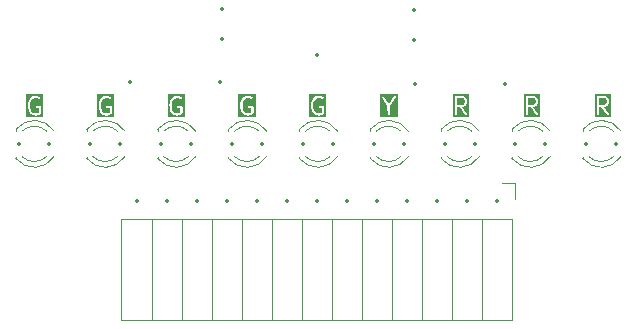
<source format=gbr>
%TF.GenerationSoftware,KiCad,Pcbnew,8.0.1*%
%TF.CreationDate,2024-06-22T15:26:21+02:00*%
%TF.ProjectId,BMW_E30_VFL_SI_Indicator_LED,424d575f-4533-4305-9f56-464c5f53495f,rev?*%
%TF.SameCoordinates,Original*%
%TF.FileFunction,Legend,Top*%
%TF.FilePolarity,Positive*%
%FSLAX46Y46*%
G04 Gerber Fmt 4.6, Leading zero omitted, Abs format (unit mm)*
G04 Created by KiCad (PCBNEW 8.0.1) date 2024-06-22 15:26:21*
%MOMM*%
%LPD*%
G01*
G04 APERTURE LIST*
%ADD10C,0.187500*%
%ADD11C,0.120000*%
%ADD12C,0.350000*%
G04 APERTURE END LIST*
D10*
G36*
X168761542Y-81652209D02*
G01*
X168812665Y-81701811D01*
X168869040Y-81811764D01*
X168870358Y-81982044D01*
X168817107Y-82091296D01*
X168767506Y-82142417D01*
X168657731Y-82198700D01*
X168464165Y-82199291D01*
X168460608Y-82198664D01*
X168457684Y-82199311D01*
X168198290Y-82200103D01*
X168197578Y-81600146D01*
X168651882Y-81598759D01*
X168761542Y-81652209D01*
G37*
G36*
X169223057Y-83267073D02*
G01*
X167845080Y-83267073D01*
X167845080Y-81506678D01*
X168011747Y-81506678D01*
X168013548Y-83024968D01*
X168027547Y-83058763D01*
X168053412Y-83084628D01*
X168087207Y-83098627D01*
X168123787Y-83098627D01*
X168157582Y-83084628D01*
X168183447Y-83058763D01*
X168197446Y-83024968D01*
X168199247Y-83006678D01*
X168198510Y-82385857D01*
X168413288Y-82385202D01*
X168897801Y-83074391D01*
X168928650Y-83094049D01*
X168964672Y-83100406D01*
X169000385Y-83092494D01*
X169030353Y-83071517D01*
X169050011Y-83040668D01*
X169056368Y-83004646D01*
X169048456Y-82968932D01*
X169039443Y-82952916D01*
X168639843Y-82384510D01*
X168662306Y-82384441D01*
X168665200Y-82385406D01*
X168679511Y-82384388D01*
X168695216Y-82384341D01*
X168698328Y-82383051D01*
X168701688Y-82382813D01*
X168718852Y-82376245D01*
X168860469Y-82303635D01*
X168871868Y-82298915D01*
X168875513Y-82295923D01*
X168877263Y-82295026D01*
X168878885Y-82293154D01*
X168886074Y-82287255D01*
X168956785Y-82214376D01*
X168965274Y-82207015D01*
X168967759Y-82203066D01*
X168969163Y-82201620D01*
X168970111Y-82199330D01*
X168975065Y-82191461D01*
X169038937Y-82060415D01*
X169040590Y-82058763D01*
X169045384Y-82047188D01*
X169053061Y-82031439D01*
X169053299Y-82028080D01*
X169054589Y-82024968D01*
X169056390Y-82006678D01*
X169054840Y-81806559D01*
X169055654Y-81804118D01*
X169054719Y-81790970D01*
X169054589Y-81774102D01*
X169053299Y-81770989D01*
X169053061Y-81767631D01*
X169046493Y-81750466D01*
X168973879Y-81608839D01*
X168969162Y-81597450D01*
X168966172Y-81593806D01*
X168965274Y-81592055D01*
X168963402Y-81590432D01*
X168957503Y-81583243D01*
X168884626Y-81512535D01*
X168877263Y-81504045D01*
X168873311Y-81501557D01*
X168871867Y-81500156D01*
X168869580Y-81499208D01*
X168861709Y-81494254D01*
X168730662Y-81430379D01*
X168729011Y-81428728D01*
X168717441Y-81423935D01*
X168701688Y-81416257D01*
X168698328Y-81416018D01*
X168695216Y-81414729D01*
X168676926Y-81412928D01*
X168087207Y-81414729D01*
X168053412Y-81428728D01*
X168027547Y-81454593D01*
X168013548Y-81488388D01*
X168011747Y-81506678D01*
X167845080Y-81506678D01*
X167845080Y-81246261D01*
X169223057Y-81246261D01*
X169223057Y-83267073D01*
G37*
G36*
X133123057Y-83267095D02*
G01*
X131673652Y-83267095D01*
X131673652Y-82149535D01*
X131840319Y-82149535D01*
X131841935Y-82358257D01*
X131840429Y-82368378D01*
X131842101Y-82379684D01*
X131842120Y-82382111D01*
X131842649Y-82383388D01*
X131843118Y-82386559D01*
X131914408Y-82664901D01*
X131915076Y-82674297D01*
X131920332Y-82688033D01*
X131920729Y-82689580D01*
X131921133Y-82690126D01*
X131921645Y-82691462D01*
X131994254Y-82833079D01*
X131998975Y-82844477D01*
X132001966Y-82848122D01*
X132002864Y-82849872D01*
X132004734Y-82851494D01*
X132010635Y-82858683D01*
X132144590Y-82990467D01*
X132145721Y-82992729D01*
X132155586Y-83001285D01*
X132167698Y-83013201D01*
X132170810Y-83014490D01*
X132173355Y-83016697D01*
X132190137Y-83024189D01*
X132403771Y-83093653D01*
X132415779Y-83098627D01*
X132420497Y-83099091D01*
X132422344Y-83099692D01*
X132424812Y-83099516D01*
X132434069Y-83100428D01*
X132576593Y-83098835D01*
X132588651Y-83099692D01*
X132593237Y-83098649D01*
X132595216Y-83098627D01*
X132597505Y-83097678D01*
X132606572Y-83095617D01*
X132806891Y-83027199D01*
X132809502Y-83027199D01*
X132821768Y-83022117D01*
X132837640Y-83016697D01*
X132840186Y-83014488D01*
X132843297Y-83013200D01*
X132857504Y-83001541D01*
X132940591Y-82915905D01*
X132954589Y-82882110D01*
X132956390Y-82863821D01*
X132954589Y-82345531D01*
X132940590Y-82311736D01*
X132914725Y-82285871D01*
X132880930Y-82271872D01*
X132862640Y-82270071D01*
X132558636Y-82271872D01*
X132524841Y-82285871D01*
X132498976Y-82311736D01*
X132484977Y-82345531D01*
X132484977Y-82382111D01*
X132498976Y-82415906D01*
X132524841Y-82441771D01*
X132558636Y-82455770D01*
X132576926Y-82457571D01*
X132769211Y-82456431D01*
X132770489Y-82824181D01*
X132742800Y-82852720D01*
X132566167Y-82913048D01*
X132453172Y-82914311D01*
X132272438Y-82855544D01*
X132155841Y-82740836D01*
X132095525Y-82623197D01*
X132027779Y-82358689D01*
X132026295Y-82167044D01*
X132090697Y-81902981D01*
X132150922Y-81779422D01*
X132267574Y-81660848D01*
X132444717Y-81600345D01*
X132623721Y-81598959D01*
X132766450Y-81668528D01*
X132802937Y-81671121D01*
X132837639Y-81659554D01*
X132865274Y-81635587D01*
X132881633Y-81602869D01*
X132884226Y-81566381D01*
X132872658Y-81531680D01*
X132848692Y-81504045D01*
X132833138Y-81494254D01*
X132702091Y-81430379D01*
X132700440Y-81428728D01*
X132688870Y-81423935D01*
X132673117Y-81416257D01*
X132669757Y-81416018D01*
X132666645Y-81414729D01*
X132648355Y-81412928D01*
X132435211Y-81414578D01*
X132422343Y-81413664D01*
X132417725Y-81414713D01*
X132415779Y-81414729D01*
X132413490Y-81415676D01*
X132404422Y-81417739D01*
X132204100Y-81486159D01*
X132201493Y-81486159D01*
X132189231Y-81491237D01*
X132173355Y-81496660D01*
X132170810Y-81498866D01*
X132167698Y-81500156D01*
X132153492Y-81511816D01*
X132012525Y-81655105D01*
X132002864Y-81663484D01*
X132000343Y-81667487D01*
X131998975Y-81668879D01*
X131998026Y-81671168D01*
X131993073Y-81679038D01*
X131925977Y-81816692D01*
X131920729Y-81823776D01*
X131915800Y-81837573D01*
X131915076Y-81839059D01*
X131915027Y-81839734D01*
X131914546Y-81841084D01*
X131846152Y-82121509D01*
X131842120Y-82131245D01*
X131840997Y-82142648D01*
X131840429Y-82144978D01*
X131840632Y-82146347D01*
X131840319Y-82149535D01*
X131673652Y-82149535D01*
X131673652Y-81246261D01*
X133123057Y-81246261D01*
X133123057Y-83267095D01*
G37*
G36*
X145123057Y-83267095D02*
G01*
X143673652Y-83267095D01*
X143673652Y-82149535D01*
X143840319Y-82149535D01*
X143841935Y-82358257D01*
X143840429Y-82368378D01*
X143842101Y-82379684D01*
X143842120Y-82382111D01*
X143842649Y-82383388D01*
X143843118Y-82386559D01*
X143914408Y-82664901D01*
X143915076Y-82674297D01*
X143920332Y-82688033D01*
X143920729Y-82689580D01*
X143921133Y-82690126D01*
X143921645Y-82691462D01*
X143994254Y-82833079D01*
X143998975Y-82844477D01*
X144001966Y-82848122D01*
X144002864Y-82849872D01*
X144004734Y-82851494D01*
X144010635Y-82858683D01*
X144144590Y-82990467D01*
X144145721Y-82992729D01*
X144155586Y-83001285D01*
X144167698Y-83013201D01*
X144170810Y-83014490D01*
X144173355Y-83016697D01*
X144190137Y-83024189D01*
X144403771Y-83093653D01*
X144415779Y-83098627D01*
X144420497Y-83099091D01*
X144422344Y-83099692D01*
X144424812Y-83099516D01*
X144434069Y-83100428D01*
X144576593Y-83098835D01*
X144588651Y-83099692D01*
X144593237Y-83098649D01*
X144595216Y-83098627D01*
X144597505Y-83097678D01*
X144606572Y-83095617D01*
X144806891Y-83027199D01*
X144809502Y-83027199D01*
X144821768Y-83022117D01*
X144837640Y-83016697D01*
X144840186Y-83014488D01*
X144843297Y-83013200D01*
X144857504Y-83001541D01*
X144940591Y-82915905D01*
X144954589Y-82882110D01*
X144956390Y-82863821D01*
X144954589Y-82345531D01*
X144940590Y-82311736D01*
X144914725Y-82285871D01*
X144880930Y-82271872D01*
X144862640Y-82270071D01*
X144558636Y-82271872D01*
X144524841Y-82285871D01*
X144498976Y-82311736D01*
X144484977Y-82345531D01*
X144484977Y-82382111D01*
X144498976Y-82415906D01*
X144524841Y-82441771D01*
X144558636Y-82455770D01*
X144576926Y-82457571D01*
X144769211Y-82456431D01*
X144770489Y-82824181D01*
X144742800Y-82852720D01*
X144566167Y-82913048D01*
X144453172Y-82914311D01*
X144272438Y-82855544D01*
X144155841Y-82740836D01*
X144095525Y-82623197D01*
X144027779Y-82358689D01*
X144026295Y-82167044D01*
X144090697Y-81902981D01*
X144150922Y-81779422D01*
X144267574Y-81660848D01*
X144444717Y-81600345D01*
X144623721Y-81598959D01*
X144766450Y-81668528D01*
X144802937Y-81671121D01*
X144837639Y-81659554D01*
X144865274Y-81635587D01*
X144881633Y-81602869D01*
X144884226Y-81566381D01*
X144872658Y-81531680D01*
X144848692Y-81504045D01*
X144833138Y-81494254D01*
X144702091Y-81430379D01*
X144700440Y-81428728D01*
X144688870Y-81423935D01*
X144673117Y-81416257D01*
X144669757Y-81416018D01*
X144666645Y-81414729D01*
X144648355Y-81412928D01*
X144435211Y-81414578D01*
X144422343Y-81413664D01*
X144417725Y-81414713D01*
X144415779Y-81414729D01*
X144413490Y-81415676D01*
X144404422Y-81417739D01*
X144204100Y-81486159D01*
X144201493Y-81486159D01*
X144189231Y-81491237D01*
X144173355Y-81496660D01*
X144170810Y-81498866D01*
X144167698Y-81500156D01*
X144153492Y-81511816D01*
X144012525Y-81655105D01*
X144002864Y-81663484D01*
X144000343Y-81667487D01*
X143998975Y-81668879D01*
X143998026Y-81671168D01*
X143993073Y-81679038D01*
X143925977Y-81816692D01*
X143920729Y-81823776D01*
X143915800Y-81837573D01*
X143915076Y-81839059D01*
X143915027Y-81839734D01*
X143914546Y-81841084D01*
X143846152Y-82121509D01*
X143842120Y-82131245D01*
X143840997Y-82142648D01*
X143840429Y-82144978D01*
X143840632Y-82146347D01*
X143840319Y-82149535D01*
X143673652Y-82149535D01*
X143673652Y-81246261D01*
X145123057Y-81246261D01*
X145123057Y-83267095D01*
G37*
G36*
X139123057Y-83267095D02*
G01*
X137673652Y-83267095D01*
X137673652Y-82149535D01*
X137840319Y-82149535D01*
X137841935Y-82358257D01*
X137840429Y-82368378D01*
X137842101Y-82379684D01*
X137842120Y-82382111D01*
X137842649Y-82383388D01*
X137843118Y-82386559D01*
X137914408Y-82664901D01*
X137915076Y-82674297D01*
X137920332Y-82688033D01*
X137920729Y-82689580D01*
X137921133Y-82690126D01*
X137921645Y-82691462D01*
X137994254Y-82833079D01*
X137998975Y-82844477D01*
X138001966Y-82848122D01*
X138002864Y-82849872D01*
X138004734Y-82851494D01*
X138010635Y-82858683D01*
X138144590Y-82990467D01*
X138145721Y-82992729D01*
X138155586Y-83001285D01*
X138167698Y-83013201D01*
X138170810Y-83014490D01*
X138173355Y-83016697D01*
X138190137Y-83024189D01*
X138403771Y-83093653D01*
X138415779Y-83098627D01*
X138420497Y-83099091D01*
X138422344Y-83099692D01*
X138424812Y-83099516D01*
X138434069Y-83100428D01*
X138576593Y-83098835D01*
X138588651Y-83099692D01*
X138593237Y-83098649D01*
X138595216Y-83098627D01*
X138597505Y-83097678D01*
X138606572Y-83095617D01*
X138806891Y-83027199D01*
X138809502Y-83027199D01*
X138821768Y-83022117D01*
X138837640Y-83016697D01*
X138840186Y-83014488D01*
X138843297Y-83013200D01*
X138857504Y-83001541D01*
X138940591Y-82915905D01*
X138954589Y-82882110D01*
X138956390Y-82863821D01*
X138954589Y-82345531D01*
X138940590Y-82311736D01*
X138914725Y-82285871D01*
X138880930Y-82271872D01*
X138862640Y-82270071D01*
X138558636Y-82271872D01*
X138524841Y-82285871D01*
X138498976Y-82311736D01*
X138484977Y-82345531D01*
X138484977Y-82382111D01*
X138498976Y-82415906D01*
X138524841Y-82441771D01*
X138558636Y-82455770D01*
X138576926Y-82457571D01*
X138769211Y-82456431D01*
X138770489Y-82824181D01*
X138742800Y-82852720D01*
X138566167Y-82913048D01*
X138453172Y-82914311D01*
X138272438Y-82855544D01*
X138155841Y-82740836D01*
X138095525Y-82623197D01*
X138027779Y-82358689D01*
X138026295Y-82167044D01*
X138090697Y-81902981D01*
X138150922Y-81779422D01*
X138267574Y-81660848D01*
X138444717Y-81600345D01*
X138623721Y-81598959D01*
X138766450Y-81668528D01*
X138802937Y-81671121D01*
X138837639Y-81659554D01*
X138865274Y-81635587D01*
X138881633Y-81602869D01*
X138884226Y-81566381D01*
X138872658Y-81531680D01*
X138848692Y-81504045D01*
X138833138Y-81494254D01*
X138702091Y-81430379D01*
X138700440Y-81428728D01*
X138688870Y-81423935D01*
X138673117Y-81416257D01*
X138669757Y-81416018D01*
X138666645Y-81414729D01*
X138648355Y-81412928D01*
X138435211Y-81414578D01*
X138422343Y-81413664D01*
X138417725Y-81414713D01*
X138415779Y-81414729D01*
X138413490Y-81415676D01*
X138404422Y-81417739D01*
X138204100Y-81486159D01*
X138201493Y-81486159D01*
X138189231Y-81491237D01*
X138173355Y-81496660D01*
X138170810Y-81498866D01*
X138167698Y-81500156D01*
X138153492Y-81511816D01*
X138012525Y-81655105D01*
X138002864Y-81663484D01*
X138000343Y-81667487D01*
X137998975Y-81668879D01*
X137998026Y-81671168D01*
X137993073Y-81679038D01*
X137925977Y-81816692D01*
X137920729Y-81823776D01*
X137915800Y-81837573D01*
X137915076Y-81839059D01*
X137915027Y-81839734D01*
X137914546Y-81841084D01*
X137846152Y-82121509D01*
X137842120Y-82131245D01*
X137840997Y-82142648D01*
X137840429Y-82144978D01*
X137840632Y-82146347D01*
X137840319Y-82149535D01*
X137673652Y-82149535D01*
X137673652Y-81246261D01*
X139123057Y-81246261D01*
X139123057Y-83267095D01*
G37*
G36*
X151123057Y-83267095D02*
G01*
X149673652Y-83267095D01*
X149673652Y-82149535D01*
X149840319Y-82149535D01*
X149841935Y-82358257D01*
X149840429Y-82368378D01*
X149842101Y-82379684D01*
X149842120Y-82382111D01*
X149842649Y-82383388D01*
X149843118Y-82386559D01*
X149914408Y-82664901D01*
X149915076Y-82674297D01*
X149920332Y-82688033D01*
X149920729Y-82689580D01*
X149921133Y-82690126D01*
X149921645Y-82691462D01*
X149994254Y-82833079D01*
X149998975Y-82844477D01*
X150001966Y-82848122D01*
X150002864Y-82849872D01*
X150004734Y-82851494D01*
X150010635Y-82858683D01*
X150144590Y-82990467D01*
X150145721Y-82992729D01*
X150155586Y-83001285D01*
X150167698Y-83013201D01*
X150170810Y-83014490D01*
X150173355Y-83016697D01*
X150190137Y-83024189D01*
X150403771Y-83093653D01*
X150415779Y-83098627D01*
X150420497Y-83099091D01*
X150422344Y-83099692D01*
X150424812Y-83099516D01*
X150434069Y-83100428D01*
X150576593Y-83098835D01*
X150588651Y-83099692D01*
X150593237Y-83098649D01*
X150595216Y-83098627D01*
X150597505Y-83097678D01*
X150606572Y-83095617D01*
X150806891Y-83027199D01*
X150809502Y-83027199D01*
X150821768Y-83022117D01*
X150837640Y-83016697D01*
X150840186Y-83014488D01*
X150843297Y-83013200D01*
X150857504Y-83001541D01*
X150940591Y-82915905D01*
X150954589Y-82882110D01*
X150956390Y-82863821D01*
X150954589Y-82345531D01*
X150940590Y-82311736D01*
X150914725Y-82285871D01*
X150880930Y-82271872D01*
X150862640Y-82270071D01*
X150558636Y-82271872D01*
X150524841Y-82285871D01*
X150498976Y-82311736D01*
X150484977Y-82345531D01*
X150484977Y-82382111D01*
X150498976Y-82415906D01*
X150524841Y-82441771D01*
X150558636Y-82455770D01*
X150576926Y-82457571D01*
X150769211Y-82456431D01*
X150770489Y-82824181D01*
X150742800Y-82852720D01*
X150566167Y-82913048D01*
X150453172Y-82914311D01*
X150272438Y-82855544D01*
X150155841Y-82740836D01*
X150095525Y-82623197D01*
X150027779Y-82358689D01*
X150026295Y-82167044D01*
X150090697Y-81902981D01*
X150150922Y-81779422D01*
X150267574Y-81660848D01*
X150444717Y-81600345D01*
X150623721Y-81598959D01*
X150766450Y-81668528D01*
X150802937Y-81671121D01*
X150837639Y-81659554D01*
X150865274Y-81635587D01*
X150881633Y-81602869D01*
X150884226Y-81566381D01*
X150872658Y-81531680D01*
X150848692Y-81504045D01*
X150833138Y-81494254D01*
X150702091Y-81430379D01*
X150700440Y-81428728D01*
X150688870Y-81423935D01*
X150673117Y-81416257D01*
X150669757Y-81416018D01*
X150666645Y-81414729D01*
X150648355Y-81412928D01*
X150435211Y-81414578D01*
X150422343Y-81413664D01*
X150417725Y-81414713D01*
X150415779Y-81414729D01*
X150413490Y-81415676D01*
X150404422Y-81417739D01*
X150204100Y-81486159D01*
X150201493Y-81486159D01*
X150189231Y-81491237D01*
X150173355Y-81496660D01*
X150170810Y-81498866D01*
X150167698Y-81500156D01*
X150153492Y-81511816D01*
X150012525Y-81655105D01*
X150002864Y-81663484D01*
X150000343Y-81667487D01*
X149998975Y-81668879D01*
X149998026Y-81671168D01*
X149993073Y-81679038D01*
X149925977Y-81816692D01*
X149920729Y-81823776D01*
X149915800Y-81837573D01*
X149915076Y-81839059D01*
X149915027Y-81839734D01*
X149914546Y-81841084D01*
X149846152Y-82121509D01*
X149842120Y-82131245D01*
X149840997Y-82142648D01*
X149840429Y-82144978D01*
X149840632Y-82146347D01*
X149840319Y-82149535D01*
X149673652Y-82149535D01*
X149673652Y-81246261D01*
X151123057Y-81246261D01*
X151123057Y-83267095D01*
G37*
G36*
X157151605Y-83265294D02*
G01*
X155630818Y-83265294D01*
X155630818Y-81504585D01*
X155797485Y-81504585D01*
X155803819Y-81540613D01*
X155812119Y-81557010D01*
X156297521Y-82316601D01*
X156299263Y-83024968D01*
X156313262Y-83058763D01*
X156339127Y-83084628D01*
X156372922Y-83098627D01*
X156409502Y-83098627D01*
X156443297Y-83084628D01*
X156469162Y-83058763D01*
X156483161Y-83024968D01*
X156484962Y-83006678D01*
X156483279Y-82322250D01*
X156978605Y-81540613D01*
X156984938Y-81504586D01*
X156977003Y-81468878D01*
X156956008Y-81438924D01*
X156925146Y-81419285D01*
X156889119Y-81412952D01*
X156853412Y-81420887D01*
X156823457Y-81441883D01*
X156812119Y-81456346D01*
X156391930Y-82119414D01*
X155958966Y-81441882D01*
X155929012Y-81420886D01*
X155893305Y-81412951D01*
X155857277Y-81419285D01*
X155826416Y-81438924D01*
X155805420Y-81468878D01*
X155797485Y-81504585D01*
X155630818Y-81504585D01*
X155630818Y-81246284D01*
X157151605Y-81246284D01*
X157151605Y-83265294D01*
G37*
G36*
X174761542Y-81652209D02*
G01*
X174812665Y-81701811D01*
X174869040Y-81811764D01*
X174870358Y-81982044D01*
X174817107Y-82091296D01*
X174767506Y-82142417D01*
X174657731Y-82198700D01*
X174464165Y-82199291D01*
X174460608Y-82198664D01*
X174457684Y-82199311D01*
X174198290Y-82200103D01*
X174197578Y-81600146D01*
X174651882Y-81598759D01*
X174761542Y-81652209D01*
G37*
G36*
X175223057Y-83267073D02*
G01*
X173845080Y-83267073D01*
X173845080Y-81506678D01*
X174011747Y-81506678D01*
X174013548Y-83024968D01*
X174027547Y-83058763D01*
X174053412Y-83084628D01*
X174087207Y-83098627D01*
X174123787Y-83098627D01*
X174157582Y-83084628D01*
X174183447Y-83058763D01*
X174197446Y-83024968D01*
X174199247Y-83006678D01*
X174198510Y-82385857D01*
X174413288Y-82385202D01*
X174897801Y-83074391D01*
X174928650Y-83094049D01*
X174964672Y-83100406D01*
X175000385Y-83092494D01*
X175030353Y-83071517D01*
X175050011Y-83040668D01*
X175056368Y-83004646D01*
X175048456Y-82968932D01*
X175039443Y-82952916D01*
X174639843Y-82384510D01*
X174662306Y-82384441D01*
X174665200Y-82385406D01*
X174679511Y-82384388D01*
X174695216Y-82384341D01*
X174698328Y-82383051D01*
X174701688Y-82382813D01*
X174718852Y-82376245D01*
X174860469Y-82303635D01*
X174871868Y-82298915D01*
X174875513Y-82295923D01*
X174877263Y-82295026D01*
X174878885Y-82293154D01*
X174886074Y-82287255D01*
X174956785Y-82214376D01*
X174965274Y-82207015D01*
X174967759Y-82203066D01*
X174969163Y-82201620D01*
X174970111Y-82199330D01*
X174975065Y-82191461D01*
X175038937Y-82060415D01*
X175040590Y-82058763D01*
X175045384Y-82047188D01*
X175053061Y-82031439D01*
X175053299Y-82028080D01*
X175054589Y-82024968D01*
X175056390Y-82006678D01*
X175054840Y-81806559D01*
X175055654Y-81804118D01*
X175054719Y-81790970D01*
X175054589Y-81774102D01*
X175053299Y-81770989D01*
X175053061Y-81767631D01*
X175046493Y-81750466D01*
X174973879Y-81608839D01*
X174969162Y-81597450D01*
X174966172Y-81593806D01*
X174965274Y-81592055D01*
X174963402Y-81590432D01*
X174957503Y-81583243D01*
X174884626Y-81512535D01*
X174877263Y-81504045D01*
X174873311Y-81501557D01*
X174871867Y-81500156D01*
X174869580Y-81499208D01*
X174861709Y-81494254D01*
X174730662Y-81430379D01*
X174729011Y-81428728D01*
X174717441Y-81423935D01*
X174701688Y-81416257D01*
X174698328Y-81416018D01*
X174695216Y-81414729D01*
X174676926Y-81412928D01*
X174087207Y-81414729D01*
X174053412Y-81428728D01*
X174027547Y-81454593D01*
X174013548Y-81488388D01*
X174011747Y-81506678D01*
X173845080Y-81506678D01*
X173845080Y-81246261D01*
X175223057Y-81246261D01*
X175223057Y-83267073D01*
G37*
G36*
X127123057Y-83267095D02*
G01*
X125673652Y-83267095D01*
X125673652Y-82149535D01*
X125840319Y-82149535D01*
X125841935Y-82358257D01*
X125840429Y-82368378D01*
X125842101Y-82379684D01*
X125842120Y-82382111D01*
X125842649Y-82383388D01*
X125843118Y-82386559D01*
X125914408Y-82664901D01*
X125915076Y-82674297D01*
X125920332Y-82688033D01*
X125920729Y-82689580D01*
X125921133Y-82690126D01*
X125921645Y-82691462D01*
X125994254Y-82833079D01*
X125998975Y-82844477D01*
X126001966Y-82848122D01*
X126002864Y-82849872D01*
X126004734Y-82851494D01*
X126010635Y-82858683D01*
X126144590Y-82990467D01*
X126145721Y-82992729D01*
X126155586Y-83001285D01*
X126167698Y-83013201D01*
X126170810Y-83014490D01*
X126173355Y-83016697D01*
X126190137Y-83024189D01*
X126403771Y-83093653D01*
X126415779Y-83098627D01*
X126420497Y-83099091D01*
X126422344Y-83099692D01*
X126424812Y-83099516D01*
X126434069Y-83100428D01*
X126576593Y-83098835D01*
X126588651Y-83099692D01*
X126593237Y-83098649D01*
X126595216Y-83098627D01*
X126597505Y-83097678D01*
X126606572Y-83095617D01*
X126806891Y-83027199D01*
X126809502Y-83027199D01*
X126821768Y-83022117D01*
X126837640Y-83016697D01*
X126840186Y-83014488D01*
X126843297Y-83013200D01*
X126857504Y-83001541D01*
X126940591Y-82915905D01*
X126954589Y-82882110D01*
X126956390Y-82863821D01*
X126954589Y-82345531D01*
X126940590Y-82311736D01*
X126914725Y-82285871D01*
X126880930Y-82271872D01*
X126862640Y-82270071D01*
X126558636Y-82271872D01*
X126524841Y-82285871D01*
X126498976Y-82311736D01*
X126484977Y-82345531D01*
X126484977Y-82382111D01*
X126498976Y-82415906D01*
X126524841Y-82441771D01*
X126558636Y-82455770D01*
X126576926Y-82457571D01*
X126769211Y-82456431D01*
X126770489Y-82824181D01*
X126742800Y-82852720D01*
X126566167Y-82913048D01*
X126453172Y-82914311D01*
X126272438Y-82855544D01*
X126155841Y-82740836D01*
X126095525Y-82623197D01*
X126027779Y-82358689D01*
X126026295Y-82167044D01*
X126090697Y-81902981D01*
X126150922Y-81779422D01*
X126267574Y-81660848D01*
X126444717Y-81600345D01*
X126623721Y-81598959D01*
X126766450Y-81668528D01*
X126802937Y-81671121D01*
X126837639Y-81659554D01*
X126865274Y-81635587D01*
X126881633Y-81602869D01*
X126884226Y-81566381D01*
X126872658Y-81531680D01*
X126848692Y-81504045D01*
X126833138Y-81494254D01*
X126702091Y-81430379D01*
X126700440Y-81428728D01*
X126688870Y-81423935D01*
X126673117Y-81416257D01*
X126669757Y-81416018D01*
X126666645Y-81414729D01*
X126648355Y-81412928D01*
X126435211Y-81414578D01*
X126422343Y-81413664D01*
X126417725Y-81414713D01*
X126415779Y-81414729D01*
X126413490Y-81415676D01*
X126404422Y-81417739D01*
X126204100Y-81486159D01*
X126201493Y-81486159D01*
X126189231Y-81491237D01*
X126173355Y-81496660D01*
X126170810Y-81498866D01*
X126167698Y-81500156D01*
X126153492Y-81511816D01*
X126012525Y-81655105D01*
X126002864Y-81663484D01*
X126000343Y-81667487D01*
X125998975Y-81668879D01*
X125998026Y-81671168D01*
X125993073Y-81679038D01*
X125925977Y-81816692D01*
X125920729Y-81823776D01*
X125915800Y-81837573D01*
X125915076Y-81839059D01*
X125915027Y-81839734D01*
X125914546Y-81841084D01*
X125846152Y-82121509D01*
X125842120Y-82131245D01*
X125840997Y-82142648D01*
X125840429Y-82144978D01*
X125840632Y-82146347D01*
X125840319Y-82149535D01*
X125673652Y-82149535D01*
X125673652Y-81246261D01*
X127123057Y-81246261D01*
X127123057Y-83267095D01*
G37*
G36*
X162761542Y-81652209D02*
G01*
X162812665Y-81701811D01*
X162869040Y-81811764D01*
X162870358Y-81982044D01*
X162817107Y-82091296D01*
X162767506Y-82142417D01*
X162657731Y-82198700D01*
X162464165Y-82199291D01*
X162460608Y-82198664D01*
X162457684Y-82199311D01*
X162198290Y-82200103D01*
X162197578Y-81600146D01*
X162651882Y-81598759D01*
X162761542Y-81652209D01*
G37*
G36*
X163223057Y-83267073D02*
G01*
X161845080Y-83267073D01*
X161845080Y-81506678D01*
X162011747Y-81506678D01*
X162013548Y-83024968D01*
X162027547Y-83058763D01*
X162053412Y-83084628D01*
X162087207Y-83098627D01*
X162123787Y-83098627D01*
X162157582Y-83084628D01*
X162183447Y-83058763D01*
X162197446Y-83024968D01*
X162199247Y-83006678D01*
X162198510Y-82385857D01*
X162413288Y-82385202D01*
X162897801Y-83074391D01*
X162928650Y-83094049D01*
X162964672Y-83100406D01*
X163000385Y-83092494D01*
X163030353Y-83071517D01*
X163050011Y-83040668D01*
X163056368Y-83004646D01*
X163048456Y-82968932D01*
X163039443Y-82952916D01*
X162639843Y-82384510D01*
X162662306Y-82384441D01*
X162665200Y-82385406D01*
X162679511Y-82384388D01*
X162695216Y-82384341D01*
X162698328Y-82383051D01*
X162701688Y-82382813D01*
X162718852Y-82376245D01*
X162860469Y-82303635D01*
X162871868Y-82298915D01*
X162875513Y-82295923D01*
X162877263Y-82295026D01*
X162878885Y-82293154D01*
X162886074Y-82287255D01*
X162956785Y-82214376D01*
X162965274Y-82207015D01*
X162967759Y-82203066D01*
X162969163Y-82201620D01*
X162970111Y-82199330D01*
X162975065Y-82191461D01*
X163038937Y-82060415D01*
X163040590Y-82058763D01*
X163045384Y-82047188D01*
X163053061Y-82031439D01*
X163053299Y-82028080D01*
X163054589Y-82024968D01*
X163056390Y-82006678D01*
X163054840Y-81806559D01*
X163055654Y-81804118D01*
X163054719Y-81790970D01*
X163054589Y-81774102D01*
X163053299Y-81770989D01*
X163053061Y-81767631D01*
X163046493Y-81750466D01*
X162973879Y-81608839D01*
X162969162Y-81597450D01*
X162966172Y-81593806D01*
X162965274Y-81592055D01*
X162963402Y-81590432D01*
X162957503Y-81583243D01*
X162884626Y-81512535D01*
X162877263Y-81504045D01*
X162873311Y-81501557D01*
X162871867Y-81500156D01*
X162869580Y-81499208D01*
X162861709Y-81494254D01*
X162730662Y-81430379D01*
X162729011Y-81428728D01*
X162717441Y-81423935D01*
X162701688Y-81416257D01*
X162698328Y-81416018D01*
X162695216Y-81414729D01*
X162676926Y-81412928D01*
X162087207Y-81414729D01*
X162053412Y-81428728D01*
X162027547Y-81454593D01*
X162013548Y-81488388D01*
X162011747Y-81506678D01*
X161845080Y-81506678D01*
X161845080Y-81246261D01*
X163223057Y-81246261D01*
X163223057Y-83267073D01*
G37*
D11*
%TO.C,D5*%
X148835000Y-84264000D02*
X148835000Y-84420000D01*
X148835000Y-86580000D02*
X148835000Y-86736000D01*
X148835001Y-84264485D02*
G75*
G02*
X152067334Y-84421392I1559999J-1235515D01*
G01*
X149354040Y-84420001D02*
G75*
G02*
X151436129Y-84420164I1040960J-1079999D01*
G01*
X151436129Y-86579836D02*
G75*
G02*
X149354040Y-86579999I-1041129J1079836D01*
G01*
X152067334Y-86578608D02*
G75*
G02*
X148835001Y-86735515I-1672334J1078608D01*
G01*
%TO.C,D9*%
X124835000Y-84264000D02*
X124835000Y-84420000D01*
X124835000Y-86580000D02*
X124835000Y-86736000D01*
X124835001Y-84264485D02*
G75*
G02*
X128067334Y-84421392I1559999J-1235515D01*
G01*
X125354040Y-84420001D02*
G75*
G02*
X127436129Y-84420164I1040960J-1079999D01*
G01*
X127436129Y-86579836D02*
G75*
G02*
X125354040Y-86579999I-1041129J1079836D01*
G01*
X128067334Y-86578608D02*
G75*
G02*
X124835001Y-86735515I-1672334J1078608D01*
G01*
%TO.C,D1*%
X172835000Y-84264000D02*
X172835000Y-84420000D01*
X172835000Y-86580000D02*
X172835000Y-86736000D01*
X172835001Y-84264485D02*
G75*
G02*
X176067334Y-84421392I1559999J-1235515D01*
G01*
X173354040Y-84420001D02*
G75*
G02*
X175436129Y-84420164I1040960J-1079999D01*
G01*
X175436129Y-86579836D02*
G75*
G02*
X173354040Y-86579999I-1041129J1079836D01*
G01*
X176067334Y-86578608D02*
G75*
G02*
X172835001Y-86735515I-1672334J1078608D01*
G01*
%TO.C,D4*%
X154835000Y-84264000D02*
X154835000Y-84420000D01*
X154835000Y-86580000D02*
X154835000Y-86736000D01*
X154835001Y-84264485D02*
G75*
G02*
X158067334Y-84421392I1559999J-1235515D01*
G01*
X155354040Y-84420001D02*
G75*
G02*
X157436129Y-84420164I1040960J-1079999D01*
G01*
X157436129Y-86579836D02*
G75*
G02*
X155354040Y-86579999I-1041129J1079836D01*
G01*
X158067334Y-86578608D02*
G75*
G02*
X154835001Y-86735515I-1672334J1078608D01*
G01*
%TO.C,D6*%
X142835000Y-84264000D02*
X142835000Y-84420000D01*
X142835000Y-86580000D02*
X142835000Y-86736000D01*
X142835001Y-84264485D02*
G75*
G02*
X146067334Y-84421392I1559999J-1235515D01*
G01*
X143354040Y-84420001D02*
G75*
G02*
X145436129Y-84420164I1040960J-1079999D01*
G01*
X145436129Y-86579836D02*
G75*
G02*
X143354040Y-86579999I-1041129J1079836D01*
G01*
X146067334Y-86578608D02*
G75*
G02*
X142835001Y-86735515I-1672334J1078608D01*
G01*
%TO.C,D7*%
X136835000Y-84264000D02*
X136835000Y-84420000D01*
X136835000Y-86580000D02*
X136835000Y-86736000D01*
X136835001Y-84264485D02*
G75*
G02*
X140067334Y-84421392I1559999J-1235515D01*
G01*
X137354040Y-84420001D02*
G75*
G02*
X139436129Y-84420164I1040960J-1079999D01*
G01*
X139436129Y-86579836D02*
G75*
G02*
X137354040Y-86579999I-1041129J1079836D01*
G01*
X140067334Y-86578608D02*
G75*
G02*
X136835001Y-86735515I-1672334J1078608D01*
G01*
%TO.C,D8*%
X130835000Y-84264000D02*
X130835000Y-84420000D01*
X130835000Y-86580000D02*
X130835000Y-86736000D01*
X130835001Y-84264485D02*
G75*
G02*
X134067334Y-84421392I1559999J-1235515D01*
G01*
X131354040Y-84420001D02*
G75*
G02*
X133436129Y-84420164I1040960J-1079999D01*
G01*
X133436129Y-86579836D02*
G75*
G02*
X131354040Y-86579999I-1041129J1079836D01*
G01*
X134067334Y-86578608D02*
G75*
G02*
X130835001Y-86735515I-1672334J1078608D01*
G01*
%TO.C,D3*%
X160835000Y-84264000D02*
X160835000Y-84420000D01*
X160835000Y-86580000D02*
X160835000Y-86736000D01*
X160835001Y-84264485D02*
G75*
G02*
X164067334Y-84421392I1559999J-1235515D01*
G01*
X161354040Y-84420001D02*
G75*
G02*
X163436129Y-84420164I1040960J-1079999D01*
G01*
X163436129Y-86579836D02*
G75*
G02*
X161354040Y-86579999I-1041129J1079836D01*
G01*
X164067334Y-86578608D02*
G75*
G02*
X160835001Y-86735515I-1672334J1078608D01*
G01*
%TO.C,J1*%
X133730000Y-91820000D02*
X166870000Y-91820000D01*
X133730000Y-100450000D02*
X133730000Y-91820000D01*
X133730000Y-100450000D02*
X166870000Y-100450000D01*
X136330000Y-100450000D02*
X136330000Y-91820000D01*
X138870000Y-100450000D02*
X138870000Y-91820000D01*
X141410000Y-100450000D02*
X141410000Y-91820000D01*
X143950000Y-100450000D02*
X143950000Y-91820000D01*
X146490000Y-100450000D02*
X146490000Y-91820000D01*
X149030000Y-100450000D02*
X149030000Y-91820000D01*
X151570000Y-100450000D02*
X151570000Y-91820000D01*
X154110000Y-100450000D02*
X154110000Y-91820000D01*
X156650000Y-100450000D02*
X156650000Y-91820000D01*
X159190000Y-100450000D02*
X159190000Y-91820000D01*
X161730000Y-100450000D02*
X161730000Y-91820000D01*
X164270000Y-100450000D02*
X164270000Y-91820000D01*
X165954000Y-88836000D02*
X167064000Y-88836000D01*
X166870000Y-100450000D02*
X166870000Y-91820000D01*
X167064000Y-88836000D02*
X167064000Y-90166000D01*
%TO.C,D2*%
X166835000Y-84264000D02*
X166835000Y-84420000D01*
X166835000Y-86580000D02*
X166835000Y-86736000D01*
X166835001Y-84264485D02*
G75*
G02*
X170067334Y-84421392I1559999J-1235515D01*
G01*
X167354040Y-84420001D02*
G75*
G02*
X169436129Y-84420164I1040960J-1079999D01*
G01*
X169436129Y-86579836D02*
G75*
G02*
X167354040Y-86579999I-1041129J1079836D01*
G01*
X170067334Y-86578608D02*
G75*
G02*
X166835001Y-86735515I-1672334J1078608D01*
G01*
%TD*%
D12*
X149125000Y-85500000D03*
X151665000Y-85500000D03*
X125125000Y-85500000D03*
X127665000Y-85500000D03*
X142250000Y-76650000D03*
X142250000Y-74110000D03*
X173125000Y-85500000D03*
X175665000Y-85500000D03*
X155125000Y-85500000D03*
X157665000Y-85500000D03*
X158525000Y-76675000D03*
X158525000Y-74135000D03*
X143125000Y-85500000D03*
X145665000Y-85500000D03*
X137125000Y-85500000D03*
X139665000Y-85500000D03*
X131125000Y-85500000D03*
X133665000Y-85500000D03*
X161125000Y-85500000D03*
X163665000Y-85500000D03*
X150300000Y-78000000D03*
X165540000Y-90360000D03*
X163000000Y-90360000D03*
X160460000Y-90360000D03*
X157920000Y-90360000D03*
X155380000Y-90360000D03*
X152840000Y-90360000D03*
X150300000Y-90360000D03*
X147760000Y-90360000D03*
X145220000Y-90360000D03*
X142680000Y-90360000D03*
X140140000Y-90360000D03*
X137600000Y-90360000D03*
X135060000Y-90360000D03*
X167125000Y-85500000D03*
X169665000Y-85500000D03*
X158640000Y-80400000D03*
X166260000Y-80400000D03*
X134490000Y-80250000D03*
X142110000Y-80250000D03*
M02*

</source>
